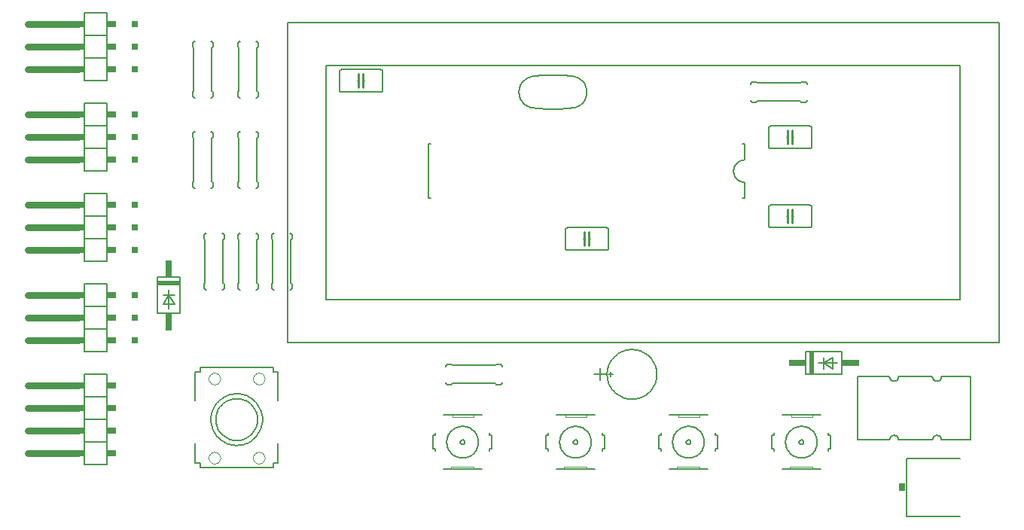
<source format=gto>
G75*
%MOIN*%
%OFA0B0*%
%FSLAX24Y24*%
%IPPOS*%
%LPD*%
%AMOC8*
5,1,8,0,0,1.08239X$1,22.5*
%
%ADD10C,0.0070*%
%ADD11C,0.0080*%
%ADD12C,0.0060*%
%ADD13C,0.0100*%
%ADD14C,0.0040*%
%ADD15R,0.0200X0.1000*%
%ADD16R,0.0750X0.0300*%
%ADD17R,0.0300X0.0340*%
%ADD18C,0.0020*%
%ADD19C,0.0300*%
%ADD20R,0.0200X0.0300*%
%ADD21R,0.0400X0.0300*%
%ADD22R,0.0300X0.0300*%
%ADD23R,0.1000X0.0200*%
%ADD24R,0.0300X0.0750*%
%ADD25C,0.0050*%
D10*
X029593Y014394D02*
X030120Y014394D01*
X029857Y014657D02*
X029857Y014130D01*
D11*
X028660Y027593D02*
X028481Y027611D01*
X028301Y027625D01*
X028121Y027635D01*
X027940Y027641D01*
X027760Y027643D01*
X027580Y027641D01*
X027399Y027635D01*
X027219Y027625D01*
X027039Y027611D01*
X026860Y027593D01*
X026808Y027583D01*
X026757Y027569D01*
X026707Y027551D01*
X026659Y027530D01*
X026612Y027505D01*
X026568Y027477D01*
X026525Y027445D01*
X026485Y027411D01*
X026448Y027373D01*
X026414Y027333D01*
X026382Y027291D01*
X026354Y027246D01*
X026330Y027199D01*
X026309Y027151D01*
X026291Y027101D01*
X026278Y027050D01*
X026268Y026998D01*
X026262Y026946D01*
X026260Y026893D01*
X026262Y026840D01*
X026268Y026788D01*
X026278Y026736D01*
X026291Y026685D01*
X026309Y026635D01*
X026330Y026587D01*
X026354Y026540D01*
X026382Y026495D01*
X026414Y026453D01*
X026448Y026413D01*
X026485Y026375D01*
X026525Y026341D01*
X026568Y026309D01*
X026612Y026281D01*
X026659Y026256D01*
X026707Y026235D01*
X026757Y026217D01*
X026808Y026203D01*
X026860Y026193D01*
X028659Y026193D02*
X028711Y026203D01*
X028762Y026217D01*
X028812Y026235D01*
X028860Y026256D01*
X028907Y026281D01*
X028951Y026309D01*
X028994Y026341D01*
X029034Y026375D01*
X029071Y026413D01*
X029105Y026453D01*
X029137Y026495D01*
X029165Y026540D01*
X029189Y026587D01*
X029210Y026635D01*
X029228Y026685D01*
X029241Y026736D01*
X029251Y026788D01*
X029257Y026840D01*
X029259Y026893D01*
X029257Y026946D01*
X029251Y026998D01*
X029241Y027050D01*
X029228Y027101D01*
X029210Y027151D01*
X029189Y027199D01*
X029165Y027246D01*
X029137Y027291D01*
X029105Y027333D01*
X029071Y027373D01*
X029034Y027411D01*
X028994Y027445D01*
X028951Y027477D01*
X028907Y027505D01*
X028860Y027530D01*
X028812Y027551D01*
X028762Y027569D01*
X028711Y027583D01*
X028659Y027593D01*
X022360Y024593D02*
X022260Y024593D01*
X022260Y022193D01*
X022360Y022193D01*
X017724Y017716D02*
X017724Y028070D01*
X045795Y028070D01*
X045795Y017716D01*
X017724Y017716D01*
X016011Y015807D02*
X016011Y029980D01*
X047508Y029980D01*
X047508Y015807D01*
X016011Y015807D01*
X015374Y014716D02*
X015374Y014500D01*
X015590Y014500D01*
X015590Y013240D01*
X015374Y014716D02*
X012145Y014716D01*
X012145Y014500D01*
X011929Y014500D01*
X011929Y013240D01*
X012835Y012393D02*
X012837Y012453D01*
X012843Y012514D01*
X012853Y012573D01*
X012867Y012632D01*
X012884Y012690D01*
X012905Y012747D01*
X012930Y012802D01*
X012959Y012855D01*
X012991Y012907D01*
X013026Y012956D01*
X013065Y013003D01*
X013106Y013047D01*
X013150Y013088D01*
X013197Y013127D01*
X013246Y013162D01*
X013297Y013194D01*
X013351Y013223D01*
X013406Y013248D01*
X013463Y013269D01*
X013521Y013286D01*
X013580Y013300D01*
X013639Y013310D01*
X013700Y013316D01*
X013760Y013318D01*
X013820Y013316D01*
X013881Y013310D01*
X013940Y013300D01*
X013999Y013286D01*
X014057Y013269D01*
X014114Y013248D01*
X014169Y013223D01*
X014222Y013194D01*
X014274Y013162D01*
X014323Y013127D01*
X014370Y013088D01*
X014414Y013047D01*
X014455Y013003D01*
X014494Y012956D01*
X014529Y012907D01*
X014561Y012856D01*
X014590Y012802D01*
X014615Y012747D01*
X014636Y012690D01*
X014653Y012632D01*
X014667Y012573D01*
X014677Y012514D01*
X014683Y012453D01*
X014685Y012393D01*
X014683Y012333D01*
X014677Y012272D01*
X014667Y012213D01*
X014653Y012154D01*
X014636Y012096D01*
X014615Y012039D01*
X014590Y011984D01*
X014561Y011931D01*
X014529Y011879D01*
X014494Y011830D01*
X014455Y011783D01*
X014414Y011739D01*
X014370Y011698D01*
X014323Y011659D01*
X014274Y011624D01*
X014223Y011592D01*
X014169Y011563D01*
X014114Y011538D01*
X014057Y011517D01*
X013999Y011500D01*
X013940Y011486D01*
X013881Y011476D01*
X013820Y011470D01*
X013760Y011468D01*
X013700Y011470D01*
X013639Y011476D01*
X013580Y011486D01*
X013521Y011500D01*
X013463Y011517D01*
X013406Y011538D01*
X013351Y011563D01*
X013298Y011592D01*
X013246Y011624D01*
X013197Y011659D01*
X013150Y011698D01*
X013106Y011739D01*
X013065Y011783D01*
X013026Y011830D01*
X012991Y011879D01*
X012959Y011930D01*
X012930Y011984D01*
X012905Y012039D01*
X012884Y012096D01*
X012867Y012154D01*
X012853Y012213D01*
X012843Y012272D01*
X012837Y012333D01*
X012835Y012393D01*
X012618Y012393D02*
X012620Y012460D01*
X012626Y012527D01*
X012636Y012593D01*
X012649Y012659D01*
X012667Y012724D01*
X012688Y012787D01*
X012713Y012849D01*
X012742Y012910D01*
X012774Y012969D01*
X012809Y013026D01*
X012848Y013080D01*
X012890Y013133D01*
X012935Y013183D01*
X012983Y013230D01*
X013033Y013274D01*
X013086Y013315D01*
X013141Y013353D01*
X013199Y013388D01*
X013258Y013419D01*
X013319Y013446D01*
X013382Y013471D01*
X013446Y013491D01*
X013511Y013507D01*
X013576Y013520D01*
X013643Y013529D01*
X013710Y013534D01*
X013777Y013535D01*
X013844Y013532D01*
X013910Y013525D01*
X013977Y013514D01*
X014042Y013500D01*
X014107Y013481D01*
X014170Y013459D01*
X014232Y013433D01*
X014292Y013404D01*
X014350Y013371D01*
X014407Y013334D01*
X014461Y013295D01*
X014512Y013252D01*
X014562Y013206D01*
X014608Y013158D01*
X014651Y013107D01*
X014692Y013053D01*
X014729Y012998D01*
X014763Y012940D01*
X014793Y012880D01*
X014820Y012818D01*
X014843Y012755D01*
X014862Y012691D01*
X014878Y012626D01*
X014890Y012560D01*
X014898Y012493D01*
X014902Y012427D01*
X014902Y012359D01*
X014898Y012293D01*
X014890Y012226D01*
X014878Y012160D01*
X014862Y012095D01*
X014843Y012031D01*
X014820Y011968D01*
X014793Y011906D01*
X014763Y011846D01*
X014729Y011788D01*
X014692Y011733D01*
X014651Y011679D01*
X014608Y011628D01*
X014562Y011580D01*
X014512Y011534D01*
X014461Y011491D01*
X014407Y011452D01*
X014350Y011415D01*
X014292Y011382D01*
X014232Y011353D01*
X014170Y011327D01*
X014107Y011305D01*
X014042Y011286D01*
X013977Y011272D01*
X013910Y011261D01*
X013844Y011254D01*
X013777Y011251D01*
X013710Y011252D01*
X013643Y011257D01*
X013576Y011266D01*
X013511Y011279D01*
X013446Y011295D01*
X013382Y011315D01*
X013319Y011340D01*
X013258Y011367D01*
X013199Y011398D01*
X013141Y011433D01*
X013086Y011471D01*
X013033Y011512D01*
X012983Y011556D01*
X012935Y011603D01*
X012890Y011653D01*
X012848Y011706D01*
X012809Y011760D01*
X012774Y011817D01*
X012742Y011876D01*
X012713Y011937D01*
X012688Y011999D01*
X012667Y012062D01*
X012649Y012127D01*
X012636Y012193D01*
X012626Y012259D01*
X012620Y012326D01*
X012618Y012393D01*
X011929Y011350D02*
X011929Y010484D01*
X012145Y010484D01*
X012145Y010267D01*
X015374Y010267D01*
X015374Y010484D01*
X015590Y010484D01*
X015590Y011350D01*
X036160Y022193D02*
X036260Y022193D01*
X036260Y022893D01*
X036216Y022895D01*
X036173Y022901D01*
X036131Y022910D01*
X036089Y022923D01*
X036049Y022940D01*
X036010Y022960D01*
X035973Y022983D01*
X035939Y023010D01*
X035906Y023039D01*
X035877Y023072D01*
X035850Y023106D01*
X035827Y023143D01*
X035807Y023182D01*
X035790Y023222D01*
X035777Y023264D01*
X035768Y023306D01*
X035762Y023349D01*
X035760Y023393D01*
X035762Y023437D01*
X035768Y023480D01*
X035777Y023522D01*
X035790Y023564D01*
X035807Y023604D01*
X035827Y023643D01*
X035850Y023680D01*
X035877Y023714D01*
X035906Y023747D01*
X035939Y023776D01*
X035973Y023803D01*
X036010Y023826D01*
X036049Y023846D01*
X036089Y023863D01*
X036131Y023876D01*
X036173Y023885D01*
X036216Y023891D01*
X036260Y023893D01*
X036260Y024593D01*
X036160Y024593D01*
X028660Y026193D02*
X028481Y026175D01*
X028301Y026161D01*
X028121Y026151D01*
X027940Y026145D01*
X027760Y026143D01*
X027580Y026145D01*
X027399Y026151D01*
X027219Y026161D01*
X027039Y026175D01*
X026860Y026193D01*
X043410Y010683D02*
X045770Y010683D01*
X043410Y010683D02*
X043410Y008103D01*
X045770Y008103D01*
D12*
X008010Y010393D02*
X007010Y010393D01*
X007010Y011393D01*
X007010Y012393D01*
X007010Y013393D01*
X007010Y014393D01*
X008010Y014393D01*
X008010Y013393D01*
X007010Y013393D01*
X008010Y013393D02*
X008010Y012393D01*
X007010Y012393D01*
X008010Y012393D02*
X008010Y011393D01*
X007010Y011393D01*
X008010Y011393D02*
X008010Y010393D01*
X008010Y015393D02*
X007010Y015393D01*
X007010Y016393D01*
X007010Y017393D01*
X007010Y018393D01*
X008010Y018393D01*
X008010Y017393D01*
X007010Y017393D01*
X008010Y017393D02*
X008010Y016393D01*
X007010Y016393D01*
X008010Y016393D02*
X008010Y015393D01*
X010260Y017093D02*
X011260Y017093D01*
X011260Y018693D01*
X010260Y018693D01*
X010260Y017093D01*
X010510Y017493D02*
X010760Y017893D01*
X010510Y017893D01*
X010760Y017893D02*
X011010Y017493D01*
X010510Y017493D01*
X010760Y017293D02*
X010760Y017893D01*
X011010Y017893D01*
X010760Y017893D02*
X010760Y018143D01*
X012310Y018243D02*
X012310Y018393D01*
X012360Y018443D01*
X012360Y020343D01*
X012310Y020393D01*
X012310Y020543D01*
X012312Y020560D01*
X012316Y020577D01*
X012323Y020593D01*
X012333Y020607D01*
X012346Y020620D01*
X012360Y020630D01*
X012376Y020637D01*
X012393Y020641D01*
X012410Y020643D01*
X013110Y020643D02*
X013127Y020641D01*
X013144Y020637D01*
X013160Y020630D01*
X013174Y020620D01*
X013187Y020607D01*
X013197Y020593D01*
X013204Y020577D01*
X013208Y020560D01*
X013210Y020543D01*
X013210Y020393D01*
X013160Y020343D01*
X013160Y018443D01*
X013210Y018393D01*
X013210Y018243D01*
X013208Y018226D01*
X013204Y018209D01*
X013197Y018193D01*
X013187Y018179D01*
X013174Y018166D01*
X013160Y018156D01*
X013144Y018149D01*
X013127Y018145D01*
X013110Y018143D01*
X013810Y018243D02*
X013810Y018393D01*
X013860Y018443D01*
X013860Y020343D01*
X013810Y020393D01*
X013810Y020543D01*
X013812Y020560D01*
X013816Y020577D01*
X013823Y020593D01*
X013833Y020607D01*
X013846Y020620D01*
X013860Y020630D01*
X013876Y020637D01*
X013893Y020641D01*
X013910Y020643D01*
X014610Y020643D02*
X014627Y020641D01*
X014644Y020637D01*
X014660Y020630D01*
X014674Y020620D01*
X014687Y020607D01*
X014697Y020593D01*
X014704Y020577D01*
X014708Y020560D01*
X014710Y020543D01*
X014710Y020393D01*
X014660Y020343D01*
X014660Y018443D01*
X014710Y018393D01*
X014710Y018243D01*
X014708Y018226D01*
X014704Y018209D01*
X014697Y018193D01*
X014687Y018179D01*
X014674Y018166D01*
X014660Y018156D01*
X014644Y018149D01*
X014627Y018145D01*
X014610Y018143D01*
X015310Y018243D02*
X015310Y018393D01*
X015360Y018443D01*
X015360Y020343D01*
X015310Y020393D01*
X015310Y020543D01*
X015312Y020560D01*
X015316Y020577D01*
X015323Y020593D01*
X015333Y020607D01*
X015346Y020620D01*
X015360Y020630D01*
X015376Y020637D01*
X015393Y020641D01*
X015410Y020643D01*
X016110Y020643D02*
X016127Y020641D01*
X016144Y020637D01*
X016160Y020630D01*
X016174Y020620D01*
X016187Y020607D01*
X016197Y020593D01*
X016204Y020577D01*
X016208Y020560D01*
X016210Y020543D01*
X016210Y020393D01*
X016160Y020343D01*
X016160Y018443D01*
X016210Y018393D01*
X016210Y018243D01*
X016208Y018226D01*
X016204Y018209D01*
X016197Y018193D01*
X016187Y018179D01*
X016174Y018166D01*
X016160Y018156D01*
X016144Y018149D01*
X016127Y018145D01*
X016110Y018143D01*
X015410Y018143D02*
X015393Y018145D01*
X015376Y018149D01*
X015360Y018156D01*
X015346Y018166D01*
X015333Y018179D01*
X015323Y018193D01*
X015316Y018209D01*
X015312Y018226D01*
X015310Y018243D01*
X013910Y018143D02*
X013893Y018145D01*
X013876Y018149D01*
X013860Y018156D01*
X013846Y018166D01*
X013833Y018179D01*
X013823Y018193D01*
X013816Y018209D01*
X013812Y018226D01*
X013810Y018243D01*
X012410Y018143D02*
X012393Y018145D01*
X012376Y018149D01*
X012360Y018156D01*
X012346Y018166D01*
X012333Y018179D01*
X012323Y018193D01*
X012316Y018209D01*
X012312Y018226D01*
X012310Y018243D01*
X008010Y019393D02*
X007010Y019393D01*
X007010Y020393D01*
X007010Y021393D01*
X007010Y022393D01*
X008010Y022393D01*
X008010Y021393D01*
X007010Y021393D01*
X008010Y021393D02*
X008010Y020393D01*
X007010Y020393D01*
X008010Y020393D02*
X008010Y019393D01*
X011810Y022743D02*
X011810Y022893D01*
X011860Y022943D01*
X011860Y024843D01*
X011810Y024893D01*
X011810Y025043D01*
X011812Y025060D01*
X011816Y025077D01*
X011823Y025093D01*
X011833Y025107D01*
X011846Y025120D01*
X011860Y025130D01*
X011876Y025137D01*
X011893Y025141D01*
X011910Y025143D01*
X012610Y025143D02*
X012627Y025141D01*
X012644Y025137D01*
X012660Y025130D01*
X012674Y025120D01*
X012687Y025107D01*
X012697Y025093D01*
X012704Y025077D01*
X012708Y025060D01*
X012710Y025043D01*
X012710Y024893D01*
X012660Y024843D01*
X012660Y022943D01*
X012710Y022893D01*
X012710Y022743D01*
X012708Y022726D01*
X012704Y022709D01*
X012697Y022693D01*
X012687Y022679D01*
X012674Y022666D01*
X012660Y022656D01*
X012644Y022649D01*
X012627Y022645D01*
X012610Y022643D01*
X011910Y022643D02*
X011893Y022645D01*
X011876Y022649D01*
X011860Y022656D01*
X011846Y022666D01*
X011833Y022679D01*
X011823Y022693D01*
X011816Y022709D01*
X011812Y022726D01*
X011810Y022743D01*
X013810Y022743D02*
X013810Y022893D01*
X013860Y022943D01*
X013860Y024843D01*
X013810Y024893D01*
X013810Y025043D01*
X013812Y025060D01*
X013816Y025077D01*
X013823Y025093D01*
X013833Y025107D01*
X013846Y025120D01*
X013860Y025130D01*
X013876Y025137D01*
X013893Y025141D01*
X013910Y025143D01*
X014610Y025143D02*
X014627Y025141D01*
X014644Y025137D01*
X014660Y025130D01*
X014674Y025120D01*
X014687Y025107D01*
X014697Y025093D01*
X014704Y025077D01*
X014708Y025060D01*
X014710Y025043D01*
X014710Y024893D01*
X014660Y024843D01*
X014660Y022943D01*
X014710Y022893D01*
X014710Y022743D01*
X014708Y022726D01*
X014704Y022709D01*
X014697Y022693D01*
X014687Y022679D01*
X014674Y022666D01*
X014660Y022656D01*
X014644Y022649D01*
X014627Y022645D01*
X014610Y022643D01*
X013910Y022643D02*
X013893Y022645D01*
X013876Y022649D01*
X013860Y022656D01*
X013846Y022666D01*
X013833Y022679D01*
X013823Y022693D01*
X013816Y022709D01*
X013812Y022726D01*
X013810Y022743D01*
X013810Y026743D02*
X013810Y026893D01*
X013860Y026943D01*
X013860Y028843D01*
X013810Y028893D01*
X013810Y029043D01*
X013812Y029060D01*
X013816Y029077D01*
X013823Y029093D01*
X013833Y029107D01*
X013846Y029120D01*
X013860Y029130D01*
X013876Y029137D01*
X013893Y029141D01*
X013910Y029143D01*
X014610Y029143D02*
X014627Y029141D01*
X014644Y029137D01*
X014660Y029130D01*
X014674Y029120D01*
X014687Y029107D01*
X014697Y029093D01*
X014704Y029077D01*
X014708Y029060D01*
X014710Y029043D01*
X014710Y028893D01*
X014660Y028843D01*
X014660Y026943D01*
X014710Y026893D01*
X014710Y026743D01*
X014708Y026726D01*
X014704Y026709D01*
X014697Y026693D01*
X014687Y026679D01*
X014674Y026666D01*
X014660Y026656D01*
X014644Y026649D01*
X014627Y026645D01*
X014610Y026643D01*
X013910Y026643D02*
X013893Y026645D01*
X013876Y026649D01*
X013860Y026656D01*
X013846Y026666D01*
X013833Y026679D01*
X013823Y026693D01*
X013816Y026709D01*
X013812Y026726D01*
X013810Y026743D01*
X012710Y026743D02*
X012710Y026893D01*
X012660Y026943D01*
X012660Y028843D01*
X012710Y028893D01*
X012710Y029043D01*
X012708Y029060D01*
X012704Y029077D01*
X012697Y029093D01*
X012687Y029107D01*
X012674Y029120D01*
X012660Y029130D01*
X012644Y029137D01*
X012627Y029141D01*
X012610Y029143D01*
X011910Y029143D02*
X011893Y029141D01*
X011876Y029137D01*
X011860Y029130D01*
X011846Y029120D01*
X011833Y029107D01*
X011823Y029093D01*
X011816Y029077D01*
X011812Y029060D01*
X011810Y029043D01*
X011810Y028893D01*
X011860Y028843D01*
X011860Y026943D01*
X011810Y026893D01*
X011810Y026743D01*
X011812Y026726D01*
X011816Y026709D01*
X011823Y026693D01*
X011833Y026679D01*
X011846Y026666D01*
X011860Y026656D01*
X011876Y026649D01*
X011893Y026645D01*
X011910Y026643D01*
X012610Y026643D02*
X012627Y026645D01*
X012644Y026649D01*
X012660Y026656D01*
X012674Y026666D01*
X012687Y026679D01*
X012697Y026693D01*
X012704Y026709D01*
X012708Y026726D01*
X012710Y026743D01*
X008010Y026393D02*
X008010Y025393D01*
X007010Y025393D01*
X007010Y026393D01*
X008010Y026393D01*
X008010Y027393D02*
X007010Y027393D01*
X007010Y028393D01*
X007010Y029393D01*
X007010Y030393D01*
X008010Y030393D01*
X008010Y029393D01*
X007010Y029393D01*
X008010Y029393D02*
X008010Y028393D01*
X007010Y028393D01*
X008010Y028393D02*
X008010Y027393D01*
X008010Y025393D02*
X008010Y024393D01*
X007010Y024393D01*
X007010Y025393D01*
X007010Y024393D02*
X007010Y023393D01*
X008010Y023393D01*
X008010Y024393D01*
X018310Y026993D02*
X018310Y027793D01*
X018312Y027810D01*
X018316Y027827D01*
X018323Y027843D01*
X018333Y027857D01*
X018346Y027870D01*
X018360Y027880D01*
X018376Y027887D01*
X018393Y027891D01*
X018410Y027893D01*
X020110Y027893D01*
X020127Y027891D01*
X020144Y027887D01*
X020160Y027880D01*
X020174Y027870D01*
X020187Y027857D01*
X020197Y027843D01*
X020204Y027827D01*
X020208Y027810D01*
X020210Y027793D01*
X020210Y026993D01*
X020208Y026976D01*
X020204Y026959D01*
X020197Y026943D01*
X020187Y026929D01*
X020174Y026916D01*
X020160Y026906D01*
X020144Y026899D01*
X020127Y026895D01*
X020110Y026893D01*
X018410Y026893D01*
X018393Y026895D01*
X018376Y026899D01*
X018360Y026906D01*
X018346Y026916D01*
X018333Y026929D01*
X018323Y026943D01*
X018316Y026959D01*
X018312Y026976D01*
X018310Y026993D01*
X019110Y027393D02*
X019160Y027393D01*
X019360Y027393D02*
X019410Y027393D01*
X028310Y020793D02*
X028310Y019993D01*
X028312Y019976D01*
X028316Y019959D01*
X028323Y019943D01*
X028333Y019929D01*
X028346Y019916D01*
X028360Y019906D01*
X028376Y019899D01*
X028393Y019895D01*
X028410Y019893D01*
X030110Y019893D01*
X030127Y019895D01*
X030144Y019899D01*
X030160Y019906D01*
X030174Y019916D01*
X030187Y019929D01*
X030197Y019943D01*
X030204Y019959D01*
X030208Y019976D01*
X030210Y019993D01*
X030210Y020793D01*
X030208Y020810D01*
X030204Y020827D01*
X030197Y020843D01*
X030187Y020857D01*
X030174Y020870D01*
X030160Y020880D01*
X030144Y020887D01*
X030127Y020891D01*
X030110Y020893D01*
X028410Y020893D01*
X028393Y020891D01*
X028376Y020887D01*
X028360Y020880D01*
X028346Y020870D01*
X028333Y020857D01*
X028323Y020843D01*
X028316Y020827D01*
X028312Y020810D01*
X028310Y020793D01*
X029110Y020393D02*
X029160Y020393D01*
X029360Y020393D02*
X029410Y020393D01*
X030310Y014493D02*
X030310Y014293D01*
X030410Y014393D02*
X030210Y014393D01*
X030160Y014393D02*
X030162Y014459D01*
X030168Y014524D01*
X030178Y014589D01*
X030191Y014654D01*
X030209Y014717D01*
X030230Y014780D01*
X030255Y014840D01*
X030284Y014900D01*
X030316Y014957D01*
X030351Y015013D01*
X030390Y015066D01*
X030432Y015117D01*
X030476Y015165D01*
X030524Y015210D01*
X030574Y015253D01*
X030627Y015292D01*
X030682Y015329D01*
X030739Y015362D01*
X030798Y015391D01*
X030858Y015417D01*
X030920Y015439D01*
X030983Y015458D01*
X031047Y015472D01*
X031112Y015483D01*
X031178Y015490D01*
X031244Y015493D01*
X031309Y015492D01*
X031375Y015487D01*
X031440Y015478D01*
X031505Y015465D01*
X031568Y015449D01*
X031631Y015429D01*
X031692Y015404D01*
X031752Y015377D01*
X031810Y015346D01*
X031866Y015311D01*
X031920Y015273D01*
X031971Y015232D01*
X032020Y015188D01*
X032066Y015141D01*
X032110Y015092D01*
X032150Y015040D01*
X032187Y014985D01*
X032221Y014929D01*
X032251Y014870D01*
X032278Y014810D01*
X032301Y014749D01*
X032320Y014686D01*
X032336Y014622D01*
X032348Y014557D01*
X032356Y014492D01*
X032360Y014426D01*
X032360Y014360D01*
X032356Y014294D01*
X032348Y014229D01*
X032336Y014164D01*
X032320Y014100D01*
X032301Y014037D01*
X032278Y013976D01*
X032251Y013916D01*
X032221Y013857D01*
X032187Y013801D01*
X032150Y013746D01*
X032110Y013694D01*
X032066Y013645D01*
X032020Y013598D01*
X031971Y013554D01*
X031920Y013513D01*
X031866Y013475D01*
X031810Y013440D01*
X031752Y013409D01*
X031692Y013382D01*
X031631Y013357D01*
X031568Y013337D01*
X031505Y013321D01*
X031440Y013308D01*
X031375Y013299D01*
X031309Y013294D01*
X031244Y013293D01*
X031178Y013296D01*
X031112Y013303D01*
X031047Y013314D01*
X030983Y013328D01*
X030920Y013347D01*
X030858Y013369D01*
X030798Y013395D01*
X030739Y013424D01*
X030682Y013457D01*
X030627Y013494D01*
X030574Y013533D01*
X030524Y013576D01*
X030476Y013621D01*
X030432Y013669D01*
X030390Y013720D01*
X030351Y013773D01*
X030316Y013829D01*
X030284Y013886D01*
X030255Y013946D01*
X030230Y014006D01*
X030209Y014069D01*
X030191Y014132D01*
X030178Y014197D01*
X030168Y014262D01*
X030162Y014327D01*
X030160Y014393D01*
X029610Y012593D02*
X029260Y012593D01*
X028310Y012593D01*
X027910Y012593D01*
X027560Y011793D02*
X027560Y011693D01*
X027460Y011693D01*
X027460Y011093D01*
X027560Y011093D01*
X027560Y010993D01*
X027910Y010193D02*
X028260Y010193D01*
X029260Y010193D01*
X029610Y010193D01*
X029960Y010993D02*
X029960Y011093D01*
X030060Y011093D01*
X030060Y011693D01*
X029960Y011693D01*
X029960Y011793D01*
X028660Y011393D02*
X028662Y011413D01*
X028668Y011431D01*
X028677Y011449D01*
X028689Y011464D01*
X028704Y011476D01*
X028722Y011485D01*
X028740Y011491D01*
X028760Y011493D01*
X028780Y011491D01*
X028798Y011485D01*
X028816Y011476D01*
X028831Y011464D01*
X028843Y011449D01*
X028852Y011431D01*
X028858Y011413D01*
X028860Y011393D01*
X028858Y011373D01*
X028852Y011355D01*
X028843Y011337D01*
X028831Y011322D01*
X028816Y011310D01*
X028798Y011301D01*
X028780Y011295D01*
X028760Y011293D01*
X028740Y011295D01*
X028722Y011301D01*
X028704Y011310D01*
X028689Y011322D01*
X028677Y011337D01*
X028668Y011355D01*
X028662Y011373D01*
X028660Y011393D01*
X028060Y011393D02*
X028062Y011445D01*
X028068Y011497D01*
X028078Y011549D01*
X028091Y011599D01*
X028108Y011649D01*
X028129Y011697D01*
X028154Y011743D01*
X028182Y011787D01*
X028213Y011829D01*
X028247Y011869D01*
X028284Y011906D01*
X028324Y011940D01*
X028366Y011971D01*
X028410Y011999D01*
X028456Y012024D01*
X028504Y012045D01*
X028554Y012062D01*
X028604Y012075D01*
X028656Y012085D01*
X028708Y012091D01*
X028760Y012093D01*
X028812Y012091D01*
X028864Y012085D01*
X028916Y012075D01*
X028966Y012062D01*
X029016Y012045D01*
X029064Y012024D01*
X029110Y011999D01*
X029154Y011971D01*
X029196Y011940D01*
X029236Y011906D01*
X029273Y011869D01*
X029307Y011829D01*
X029338Y011787D01*
X029366Y011743D01*
X029391Y011697D01*
X029412Y011649D01*
X029429Y011599D01*
X029442Y011549D01*
X029452Y011497D01*
X029458Y011445D01*
X029460Y011393D01*
X029458Y011341D01*
X029452Y011289D01*
X029442Y011237D01*
X029429Y011187D01*
X029412Y011137D01*
X029391Y011089D01*
X029366Y011043D01*
X029338Y010999D01*
X029307Y010957D01*
X029273Y010917D01*
X029236Y010880D01*
X029196Y010846D01*
X029154Y010815D01*
X029110Y010787D01*
X029064Y010762D01*
X029016Y010741D01*
X028966Y010724D01*
X028916Y010711D01*
X028864Y010701D01*
X028812Y010695D01*
X028760Y010693D01*
X028708Y010695D01*
X028656Y010701D01*
X028604Y010711D01*
X028554Y010724D01*
X028504Y010741D01*
X028456Y010762D01*
X028410Y010787D01*
X028366Y010815D01*
X028324Y010846D01*
X028284Y010880D01*
X028247Y010917D01*
X028213Y010957D01*
X028182Y010999D01*
X028154Y011043D01*
X028129Y011089D01*
X028108Y011137D01*
X028091Y011187D01*
X028078Y011237D01*
X028068Y011289D01*
X028062Y011341D01*
X028060Y011393D01*
X025060Y011093D02*
X025060Y011693D01*
X024960Y011693D01*
X024960Y011793D01*
X024960Y011093D02*
X024960Y010993D01*
X024960Y011093D02*
X025060Y011093D01*
X024610Y010193D02*
X024260Y010193D01*
X023260Y010193D01*
X022910Y010193D01*
X022560Y010993D02*
X022560Y011093D01*
X022460Y011093D01*
X022460Y011693D01*
X022560Y011693D01*
X022560Y011793D01*
X022910Y012593D02*
X023310Y012593D01*
X024260Y012593D01*
X024610Y012593D01*
X023660Y011393D02*
X023662Y011413D01*
X023668Y011431D01*
X023677Y011449D01*
X023689Y011464D01*
X023704Y011476D01*
X023722Y011485D01*
X023740Y011491D01*
X023760Y011493D01*
X023780Y011491D01*
X023798Y011485D01*
X023816Y011476D01*
X023831Y011464D01*
X023843Y011449D01*
X023852Y011431D01*
X023858Y011413D01*
X023860Y011393D01*
X023858Y011373D01*
X023852Y011355D01*
X023843Y011337D01*
X023831Y011322D01*
X023816Y011310D01*
X023798Y011301D01*
X023780Y011295D01*
X023760Y011293D01*
X023740Y011295D01*
X023722Y011301D01*
X023704Y011310D01*
X023689Y011322D01*
X023677Y011337D01*
X023668Y011355D01*
X023662Y011373D01*
X023660Y011393D01*
X023060Y011393D02*
X023062Y011445D01*
X023068Y011497D01*
X023078Y011549D01*
X023091Y011599D01*
X023108Y011649D01*
X023129Y011697D01*
X023154Y011743D01*
X023182Y011787D01*
X023213Y011829D01*
X023247Y011869D01*
X023284Y011906D01*
X023324Y011940D01*
X023366Y011971D01*
X023410Y011999D01*
X023456Y012024D01*
X023504Y012045D01*
X023554Y012062D01*
X023604Y012075D01*
X023656Y012085D01*
X023708Y012091D01*
X023760Y012093D01*
X023812Y012091D01*
X023864Y012085D01*
X023916Y012075D01*
X023966Y012062D01*
X024016Y012045D01*
X024064Y012024D01*
X024110Y011999D01*
X024154Y011971D01*
X024196Y011940D01*
X024236Y011906D01*
X024273Y011869D01*
X024307Y011829D01*
X024338Y011787D01*
X024366Y011743D01*
X024391Y011697D01*
X024412Y011649D01*
X024429Y011599D01*
X024442Y011549D01*
X024452Y011497D01*
X024458Y011445D01*
X024460Y011393D01*
X024458Y011341D01*
X024452Y011289D01*
X024442Y011237D01*
X024429Y011187D01*
X024412Y011137D01*
X024391Y011089D01*
X024366Y011043D01*
X024338Y010999D01*
X024307Y010957D01*
X024273Y010917D01*
X024236Y010880D01*
X024196Y010846D01*
X024154Y010815D01*
X024110Y010787D01*
X024064Y010762D01*
X024016Y010741D01*
X023966Y010724D01*
X023916Y010711D01*
X023864Y010701D01*
X023812Y010695D01*
X023760Y010693D01*
X023708Y010695D01*
X023656Y010701D01*
X023604Y010711D01*
X023554Y010724D01*
X023504Y010741D01*
X023456Y010762D01*
X023410Y010787D01*
X023366Y010815D01*
X023324Y010846D01*
X023284Y010880D01*
X023247Y010917D01*
X023213Y010957D01*
X023182Y010999D01*
X023154Y011043D01*
X023129Y011089D01*
X023108Y011137D01*
X023091Y011187D01*
X023078Y011237D01*
X023068Y011289D01*
X023062Y011341D01*
X023060Y011393D01*
X023110Y013943D02*
X023260Y013943D01*
X023310Y013993D01*
X025210Y013993D01*
X025260Y013943D01*
X025410Y013943D01*
X025427Y013945D01*
X025444Y013949D01*
X025460Y013956D01*
X025474Y013966D01*
X025487Y013979D01*
X025497Y013993D01*
X025504Y014009D01*
X025508Y014026D01*
X025510Y014043D01*
X025510Y014743D02*
X025508Y014760D01*
X025504Y014777D01*
X025497Y014793D01*
X025487Y014807D01*
X025474Y014820D01*
X025460Y014830D01*
X025444Y014837D01*
X025427Y014841D01*
X025410Y014843D01*
X025260Y014843D01*
X025210Y014793D01*
X023310Y014793D01*
X023260Y014843D01*
X023110Y014843D01*
X023093Y014841D01*
X023076Y014837D01*
X023060Y014830D01*
X023046Y014820D01*
X023033Y014807D01*
X023023Y014793D01*
X023016Y014777D01*
X023012Y014760D01*
X023010Y014743D01*
X023010Y014043D02*
X023012Y014026D01*
X023016Y014009D01*
X023023Y013993D01*
X023033Y013979D01*
X023046Y013966D01*
X023060Y013956D01*
X023076Y013949D01*
X023093Y013945D01*
X023110Y013943D01*
X032460Y011693D02*
X032460Y011093D01*
X032560Y011093D01*
X032560Y010993D01*
X032560Y011693D02*
X032560Y011793D01*
X032560Y011693D02*
X032460Y011693D01*
X033660Y011393D02*
X033662Y011413D01*
X033668Y011431D01*
X033677Y011449D01*
X033689Y011464D01*
X033704Y011476D01*
X033722Y011485D01*
X033740Y011491D01*
X033760Y011493D01*
X033780Y011491D01*
X033798Y011485D01*
X033816Y011476D01*
X033831Y011464D01*
X033843Y011449D01*
X033852Y011431D01*
X033858Y011413D01*
X033860Y011393D01*
X033858Y011373D01*
X033852Y011355D01*
X033843Y011337D01*
X033831Y011322D01*
X033816Y011310D01*
X033798Y011301D01*
X033780Y011295D01*
X033760Y011293D01*
X033740Y011295D01*
X033722Y011301D01*
X033704Y011310D01*
X033689Y011322D01*
X033677Y011337D01*
X033668Y011355D01*
X033662Y011373D01*
X033660Y011393D01*
X033060Y011393D02*
X033062Y011445D01*
X033068Y011497D01*
X033078Y011549D01*
X033091Y011599D01*
X033108Y011649D01*
X033129Y011697D01*
X033154Y011743D01*
X033182Y011787D01*
X033213Y011829D01*
X033247Y011869D01*
X033284Y011906D01*
X033324Y011940D01*
X033366Y011971D01*
X033410Y011999D01*
X033456Y012024D01*
X033504Y012045D01*
X033554Y012062D01*
X033604Y012075D01*
X033656Y012085D01*
X033708Y012091D01*
X033760Y012093D01*
X033812Y012091D01*
X033864Y012085D01*
X033916Y012075D01*
X033966Y012062D01*
X034016Y012045D01*
X034064Y012024D01*
X034110Y011999D01*
X034154Y011971D01*
X034196Y011940D01*
X034236Y011906D01*
X034273Y011869D01*
X034307Y011829D01*
X034338Y011787D01*
X034366Y011743D01*
X034391Y011697D01*
X034412Y011649D01*
X034429Y011599D01*
X034442Y011549D01*
X034452Y011497D01*
X034458Y011445D01*
X034460Y011393D01*
X034458Y011341D01*
X034452Y011289D01*
X034442Y011237D01*
X034429Y011187D01*
X034412Y011137D01*
X034391Y011089D01*
X034366Y011043D01*
X034338Y010999D01*
X034307Y010957D01*
X034273Y010917D01*
X034236Y010880D01*
X034196Y010846D01*
X034154Y010815D01*
X034110Y010787D01*
X034064Y010762D01*
X034016Y010741D01*
X033966Y010724D01*
X033916Y010711D01*
X033864Y010701D01*
X033812Y010695D01*
X033760Y010693D01*
X033708Y010695D01*
X033656Y010701D01*
X033604Y010711D01*
X033554Y010724D01*
X033504Y010741D01*
X033456Y010762D01*
X033410Y010787D01*
X033366Y010815D01*
X033324Y010846D01*
X033284Y010880D01*
X033247Y010917D01*
X033213Y010957D01*
X033182Y010999D01*
X033154Y011043D01*
X033129Y011089D01*
X033108Y011137D01*
X033091Y011187D01*
X033078Y011237D01*
X033068Y011289D01*
X033062Y011341D01*
X033060Y011393D01*
X032910Y010193D02*
X033260Y010193D01*
X034260Y010193D01*
X034610Y010193D01*
X034960Y010993D02*
X034960Y011093D01*
X035060Y011093D01*
X035060Y011693D01*
X034960Y011693D01*
X034960Y011793D01*
X034610Y012593D02*
X034260Y012593D01*
X033310Y012593D01*
X032910Y012593D01*
X037460Y011693D02*
X037460Y011093D01*
X037560Y011093D01*
X037560Y010993D01*
X037560Y011693D02*
X037560Y011793D01*
X037560Y011693D02*
X037460Y011693D01*
X038660Y011393D02*
X038662Y011413D01*
X038668Y011431D01*
X038677Y011449D01*
X038689Y011464D01*
X038704Y011476D01*
X038722Y011485D01*
X038740Y011491D01*
X038760Y011493D01*
X038780Y011491D01*
X038798Y011485D01*
X038816Y011476D01*
X038831Y011464D01*
X038843Y011449D01*
X038852Y011431D01*
X038858Y011413D01*
X038860Y011393D01*
X038858Y011373D01*
X038852Y011355D01*
X038843Y011337D01*
X038831Y011322D01*
X038816Y011310D01*
X038798Y011301D01*
X038780Y011295D01*
X038760Y011293D01*
X038740Y011295D01*
X038722Y011301D01*
X038704Y011310D01*
X038689Y011322D01*
X038677Y011337D01*
X038668Y011355D01*
X038662Y011373D01*
X038660Y011393D01*
X038060Y011393D02*
X038062Y011445D01*
X038068Y011497D01*
X038078Y011549D01*
X038091Y011599D01*
X038108Y011649D01*
X038129Y011697D01*
X038154Y011743D01*
X038182Y011787D01*
X038213Y011829D01*
X038247Y011869D01*
X038284Y011906D01*
X038324Y011940D01*
X038366Y011971D01*
X038410Y011999D01*
X038456Y012024D01*
X038504Y012045D01*
X038554Y012062D01*
X038604Y012075D01*
X038656Y012085D01*
X038708Y012091D01*
X038760Y012093D01*
X038812Y012091D01*
X038864Y012085D01*
X038916Y012075D01*
X038966Y012062D01*
X039016Y012045D01*
X039064Y012024D01*
X039110Y011999D01*
X039154Y011971D01*
X039196Y011940D01*
X039236Y011906D01*
X039273Y011869D01*
X039307Y011829D01*
X039338Y011787D01*
X039366Y011743D01*
X039391Y011697D01*
X039412Y011649D01*
X039429Y011599D01*
X039442Y011549D01*
X039452Y011497D01*
X039458Y011445D01*
X039460Y011393D01*
X039458Y011341D01*
X039452Y011289D01*
X039442Y011237D01*
X039429Y011187D01*
X039412Y011137D01*
X039391Y011089D01*
X039366Y011043D01*
X039338Y010999D01*
X039307Y010957D01*
X039273Y010917D01*
X039236Y010880D01*
X039196Y010846D01*
X039154Y010815D01*
X039110Y010787D01*
X039064Y010762D01*
X039016Y010741D01*
X038966Y010724D01*
X038916Y010711D01*
X038864Y010701D01*
X038812Y010695D01*
X038760Y010693D01*
X038708Y010695D01*
X038656Y010701D01*
X038604Y010711D01*
X038554Y010724D01*
X038504Y010741D01*
X038456Y010762D01*
X038410Y010787D01*
X038366Y010815D01*
X038324Y010846D01*
X038284Y010880D01*
X038247Y010917D01*
X038213Y010957D01*
X038182Y010999D01*
X038154Y011043D01*
X038129Y011089D01*
X038108Y011137D01*
X038091Y011187D01*
X038078Y011237D01*
X038068Y011289D01*
X038062Y011341D01*
X038060Y011393D01*
X037910Y010193D02*
X038260Y010193D01*
X039260Y010193D01*
X039610Y010193D01*
X039960Y010993D02*
X039960Y011093D01*
X040060Y011093D01*
X040060Y011693D01*
X039960Y011693D01*
X039960Y011793D01*
X039610Y012593D02*
X039260Y012593D01*
X038310Y012593D01*
X037910Y012593D01*
X038960Y014393D02*
X038960Y015393D01*
X040560Y015393D01*
X040560Y014393D01*
X038960Y014393D01*
X039760Y014643D02*
X039760Y014893D01*
X039760Y015143D01*
X039760Y014893D02*
X040160Y015143D01*
X040160Y014643D01*
X039760Y014893D01*
X040360Y014893D01*
X039760Y014893D02*
X039510Y014893D01*
X039110Y020893D02*
X037410Y020893D01*
X037393Y020895D01*
X037376Y020899D01*
X037360Y020906D01*
X037346Y020916D01*
X037333Y020929D01*
X037323Y020943D01*
X037316Y020959D01*
X037312Y020976D01*
X037310Y020993D01*
X037310Y021793D01*
X037312Y021810D01*
X037316Y021827D01*
X037323Y021843D01*
X037333Y021857D01*
X037346Y021870D01*
X037360Y021880D01*
X037376Y021887D01*
X037393Y021891D01*
X037410Y021893D01*
X039110Y021893D01*
X039127Y021891D01*
X039144Y021887D01*
X039160Y021880D01*
X039174Y021870D01*
X039187Y021857D01*
X039197Y021843D01*
X039204Y021827D01*
X039208Y021810D01*
X039210Y021793D01*
X039210Y020993D01*
X039208Y020976D01*
X039204Y020959D01*
X039197Y020943D01*
X039187Y020929D01*
X039174Y020916D01*
X039160Y020906D01*
X039144Y020899D01*
X039127Y020895D01*
X039110Y020893D01*
X038410Y021393D02*
X038360Y021393D01*
X038160Y021393D02*
X038110Y021393D01*
X037410Y024393D02*
X039110Y024393D01*
X039127Y024395D01*
X039144Y024399D01*
X039160Y024406D01*
X039174Y024416D01*
X039187Y024429D01*
X039197Y024443D01*
X039204Y024459D01*
X039208Y024476D01*
X039210Y024493D01*
X039210Y025293D01*
X039208Y025310D01*
X039204Y025327D01*
X039197Y025343D01*
X039187Y025357D01*
X039174Y025370D01*
X039160Y025380D01*
X039144Y025387D01*
X039127Y025391D01*
X039110Y025393D01*
X037410Y025393D01*
X037393Y025391D01*
X037376Y025387D01*
X037360Y025380D01*
X037346Y025370D01*
X037333Y025357D01*
X037323Y025343D01*
X037316Y025327D01*
X037312Y025310D01*
X037310Y025293D01*
X037310Y024493D01*
X037312Y024476D01*
X037316Y024459D01*
X037323Y024443D01*
X037333Y024429D01*
X037346Y024416D01*
X037360Y024406D01*
X037376Y024399D01*
X037393Y024395D01*
X037410Y024393D01*
X038110Y024893D02*
X038160Y024893D01*
X038360Y024893D02*
X038410Y024893D01*
X038760Y026443D02*
X038910Y026443D01*
X038927Y026445D01*
X038944Y026449D01*
X038960Y026456D01*
X038974Y026466D01*
X038987Y026479D01*
X038997Y026493D01*
X039004Y026509D01*
X039008Y026526D01*
X039010Y026543D01*
X038760Y026443D02*
X038710Y026493D01*
X036810Y026493D01*
X036760Y026443D01*
X036610Y026443D01*
X036593Y026445D01*
X036576Y026449D01*
X036560Y026456D01*
X036546Y026466D01*
X036533Y026479D01*
X036523Y026493D01*
X036516Y026509D01*
X036512Y026526D01*
X036510Y026543D01*
X036510Y027243D02*
X036512Y027260D01*
X036516Y027277D01*
X036523Y027293D01*
X036533Y027307D01*
X036546Y027320D01*
X036560Y027330D01*
X036576Y027337D01*
X036593Y027341D01*
X036610Y027343D01*
X036760Y027343D01*
X036810Y027293D01*
X038710Y027293D01*
X038760Y027343D01*
X038910Y027343D01*
X038927Y027341D01*
X038944Y027337D01*
X038960Y027330D01*
X038974Y027320D01*
X038987Y027307D01*
X038997Y027293D01*
X039004Y027277D01*
X039008Y027260D01*
X039010Y027243D01*
D13*
X038360Y025193D02*
X038360Y024893D01*
X038360Y024593D01*
X038160Y024593D02*
X038160Y024893D01*
X038160Y025193D01*
X038160Y021693D02*
X038160Y021393D01*
X038160Y021093D01*
X038360Y021093D02*
X038360Y021393D01*
X038360Y021693D01*
X029360Y020693D02*
X029360Y020393D01*
X029360Y020093D01*
X029160Y020093D02*
X029160Y020393D01*
X029160Y020693D01*
X019360Y027093D02*
X019360Y027393D01*
X019360Y027693D01*
X019160Y027693D02*
X019160Y027393D01*
X019160Y027093D01*
D14*
X014488Y014204D02*
X014490Y014235D01*
X014496Y014266D01*
X014505Y014296D01*
X014518Y014325D01*
X014535Y014352D01*
X014555Y014376D01*
X014577Y014398D01*
X014603Y014417D01*
X014630Y014433D01*
X014659Y014445D01*
X014689Y014454D01*
X014720Y014459D01*
X014752Y014460D01*
X014783Y014457D01*
X014814Y014450D01*
X014844Y014440D01*
X014872Y014426D01*
X014898Y014408D01*
X014922Y014388D01*
X014943Y014364D01*
X014962Y014339D01*
X014977Y014311D01*
X014988Y014282D01*
X014996Y014251D01*
X015000Y014220D01*
X015000Y014188D01*
X014996Y014157D01*
X014988Y014126D01*
X014977Y014097D01*
X014962Y014069D01*
X014943Y014044D01*
X014922Y014020D01*
X014898Y014000D01*
X014872Y013982D01*
X014844Y013968D01*
X014814Y013958D01*
X014783Y013951D01*
X014752Y013948D01*
X014720Y013949D01*
X014689Y013954D01*
X014659Y013963D01*
X014630Y013975D01*
X014603Y013991D01*
X014577Y014010D01*
X014555Y014032D01*
X014535Y014056D01*
X014518Y014083D01*
X014505Y014112D01*
X014496Y014142D01*
X014490Y014173D01*
X014488Y014204D01*
X012519Y014204D02*
X012521Y014235D01*
X012527Y014266D01*
X012536Y014296D01*
X012549Y014325D01*
X012566Y014352D01*
X012586Y014376D01*
X012608Y014398D01*
X012634Y014417D01*
X012661Y014433D01*
X012690Y014445D01*
X012720Y014454D01*
X012751Y014459D01*
X012783Y014460D01*
X012814Y014457D01*
X012845Y014450D01*
X012875Y014440D01*
X012903Y014426D01*
X012929Y014408D01*
X012953Y014388D01*
X012974Y014364D01*
X012993Y014339D01*
X013008Y014311D01*
X013019Y014282D01*
X013027Y014251D01*
X013031Y014220D01*
X013031Y014188D01*
X013027Y014157D01*
X013019Y014126D01*
X013008Y014097D01*
X012993Y014069D01*
X012974Y014044D01*
X012953Y014020D01*
X012929Y014000D01*
X012903Y013982D01*
X012875Y013968D01*
X012845Y013958D01*
X012814Y013951D01*
X012783Y013948D01*
X012751Y013949D01*
X012720Y013954D01*
X012690Y013963D01*
X012661Y013975D01*
X012634Y013991D01*
X012608Y014010D01*
X012586Y014032D01*
X012566Y014056D01*
X012549Y014083D01*
X012536Y014112D01*
X012527Y014142D01*
X012521Y014173D01*
X012519Y014204D01*
X012519Y010700D02*
X012521Y010731D01*
X012527Y010762D01*
X012536Y010792D01*
X012549Y010821D01*
X012566Y010848D01*
X012586Y010872D01*
X012608Y010894D01*
X012634Y010913D01*
X012661Y010929D01*
X012690Y010941D01*
X012720Y010950D01*
X012751Y010955D01*
X012783Y010956D01*
X012814Y010953D01*
X012845Y010946D01*
X012875Y010936D01*
X012903Y010922D01*
X012929Y010904D01*
X012953Y010884D01*
X012974Y010860D01*
X012993Y010835D01*
X013008Y010807D01*
X013019Y010778D01*
X013027Y010747D01*
X013031Y010716D01*
X013031Y010684D01*
X013027Y010653D01*
X013019Y010622D01*
X013008Y010593D01*
X012993Y010565D01*
X012974Y010540D01*
X012953Y010516D01*
X012929Y010496D01*
X012903Y010478D01*
X012875Y010464D01*
X012845Y010454D01*
X012814Y010447D01*
X012783Y010444D01*
X012751Y010445D01*
X012720Y010450D01*
X012690Y010459D01*
X012661Y010471D01*
X012634Y010487D01*
X012608Y010506D01*
X012586Y010528D01*
X012566Y010552D01*
X012549Y010579D01*
X012536Y010608D01*
X012527Y010638D01*
X012521Y010669D01*
X012519Y010700D01*
X014488Y010700D02*
X014490Y010731D01*
X014496Y010762D01*
X014505Y010792D01*
X014518Y010821D01*
X014535Y010848D01*
X014555Y010872D01*
X014577Y010894D01*
X014603Y010913D01*
X014630Y010929D01*
X014659Y010941D01*
X014689Y010950D01*
X014720Y010955D01*
X014752Y010956D01*
X014783Y010953D01*
X014814Y010946D01*
X014844Y010936D01*
X014872Y010922D01*
X014898Y010904D01*
X014922Y010884D01*
X014943Y010860D01*
X014962Y010835D01*
X014977Y010807D01*
X014988Y010778D01*
X014996Y010747D01*
X015000Y010716D01*
X015000Y010684D01*
X014996Y010653D01*
X014988Y010622D01*
X014977Y010593D01*
X014962Y010565D01*
X014943Y010540D01*
X014922Y010516D01*
X014898Y010496D01*
X014872Y010478D01*
X014844Y010464D01*
X014814Y010454D01*
X014783Y010447D01*
X014752Y010444D01*
X014720Y010445D01*
X014689Y010450D01*
X014659Y010459D01*
X014630Y010471D01*
X014603Y010487D01*
X014577Y010506D01*
X014555Y010528D01*
X014535Y010552D01*
X014518Y010579D01*
X014505Y010608D01*
X014496Y010638D01*
X014490Y010669D01*
X014488Y010700D01*
D15*
X039210Y014893D03*
D16*
X038585Y014893D03*
X040935Y014893D03*
D17*
X043220Y009393D03*
D18*
X039260Y010193D02*
X039260Y010293D01*
X038260Y010293D01*
X038260Y010193D01*
X038310Y012493D02*
X038310Y012593D01*
X038310Y012493D02*
X039260Y012493D01*
X039260Y012593D01*
X034260Y012493D02*
X034260Y012593D01*
X034260Y012493D02*
X033310Y012493D01*
X033310Y012593D01*
X033260Y010293D02*
X033260Y010193D01*
X033260Y010293D02*
X034260Y010293D01*
X034260Y010193D01*
X029260Y010193D02*
X029260Y010293D01*
X028260Y010293D01*
X028260Y010193D01*
X028310Y012493D02*
X028310Y012593D01*
X028310Y012493D02*
X029260Y012493D01*
X029260Y012593D01*
X024260Y012493D02*
X024260Y012593D01*
X024260Y012493D02*
X023310Y012493D01*
X023310Y012593D01*
X023260Y010293D02*
X023260Y010193D01*
X023260Y010293D02*
X024260Y010293D01*
X024260Y010193D01*
D19*
X006760Y010893D02*
X004510Y010893D01*
X004510Y011893D02*
X006760Y011893D01*
X006760Y012893D02*
X004510Y012893D01*
X004510Y013893D02*
X006760Y013893D01*
X006760Y015893D02*
X004510Y015893D01*
X004510Y016893D02*
X006760Y016893D01*
X006760Y017893D02*
X004510Y017893D01*
X004510Y019893D02*
X006760Y019893D01*
X006760Y020893D02*
X004510Y020893D01*
X004510Y021893D02*
X006760Y021893D01*
X006760Y023893D02*
X004510Y023893D01*
X004510Y024893D02*
X006760Y024893D01*
X006760Y025893D02*
X004510Y025893D01*
X004510Y027893D02*
X006760Y027893D01*
X006760Y028893D02*
X004510Y028893D01*
X004510Y029893D02*
X006760Y029893D01*
D20*
X006910Y029893D03*
X006910Y028893D03*
X006910Y027893D03*
X006910Y025893D03*
X006910Y024893D03*
X006910Y023893D03*
X006910Y021893D03*
X006910Y020893D03*
X006910Y019893D03*
X006910Y017893D03*
X006910Y016893D03*
X006910Y015893D03*
X006910Y013893D03*
X006910Y012893D03*
X006910Y011893D03*
X006910Y010893D03*
D21*
X008210Y010893D03*
X008210Y011893D03*
X008210Y012893D03*
X008210Y013893D03*
X008210Y015893D03*
X008210Y016893D03*
X008210Y017893D03*
X008210Y019893D03*
X008210Y020893D03*
X008210Y021893D03*
X008210Y023893D03*
X008210Y024893D03*
X008210Y025893D03*
X008210Y027893D03*
X008210Y028893D03*
X008210Y029893D03*
D22*
X009260Y029893D03*
X009260Y028893D03*
X009260Y027893D03*
X009260Y025893D03*
X009260Y024893D03*
X009260Y023893D03*
X009260Y021893D03*
X009260Y020893D03*
X009260Y019893D03*
X009260Y017893D03*
X009260Y016893D03*
X009260Y015893D03*
D23*
X010760Y018443D03*
D24*
X010760Y019068D03*
X010760Y016718D03*
D25*
X041260Y014293D02*
X041260Y011493D01*
X042660Y011493D01*
X042662Y011520D01*
X042667Y011547D01*
X042677Y011573D01*
X042689Y011597D01*
X042705Y011619D01*
X042723Y011639D01*
X042745Y011656D01*
X042768Y011671D01*
X042793Y011681D01*
X042819Y011689D01*
X042846Y011693D01*
X042874Y011693D01*
X042901Y011689D01*
X042927Y011681D01*
X042952Y011671D01*
X042975Y011656D01*
X042997Y011639D01*
X043015Y011619D01*
X043031Y011597D01*
X043043Y011573D01*
X043053Y011547D01*
X043058Y011520D01*
X043060Y011493D01*
X044560Y011493D01*
X044562Y011520D01*
X044567Y011547D01*
X044577Y011573D01*
X044589Y011597D01*
X044605Y011619D01*
X044623Y011639D01*
X044645Y011656D01*
X044668Y011671D01*
X044693Y011681D01*
X044719Y011689D01*
X044746Y011693D01*
X044774Y011693D01*
X044801Y011689D01*
X044827Y011681D01*
X044852Y011671D01*
X044875Y011656D01*
X044897Y011639D01*
X044915Y011619D01*
X044931Y011597D01*
X044943Y011573D01*
X044953Y011547D01*
X044958Y011520D01*
X044960Y011493D01*
X046260Y011493D01*
X046260Y014293D01*
X044960Y014293D01*
X044958Y014266D01*
X044953Y014239D01*
X044943Y014213D01*
X044931Y014189D01*
X044915Y014167D01*
X044897Y014147D01*
X044875Y014130D01*
X044852Y014115D01*
X044827Y014105D01*
X044801Y014097D01*
X044774Y014093D01*
X044746Y014093D01*
X044719Y014097D01*
X044693Y014105D01*
X044668Y014115D01*
X044645Y014130D01*
X044623Y014147D01*
X044605Y014167D01*
X044589Y014189D01*
X044577Y014213D01*
X044567Y014239D01*
X044562Y014266D01*
X044560Y014293D01*
X043060Y014293D01*
X043058Y014266D01*
X043053Y014239D01*
X043043Y014213D01*
X043031Y014189D01*
X043015Y014167D01*
X042997Y014147D01*
X042975Y014130D01*
X042952Y014115D01*
X042927Y014105D01*
X042901Y014097D01*
X042874Y014093D01*
X042846Y014093D01*
X042819Y014097D01*
X042793Y014105D01*
X042768Y014115D01*
X042745Y014130D01*
X042723Y014147D01*
X042705Y014167D01*
X042689Y014189D01*
X042677Y014213D01*
X042667Y014239D01*
X042662Y014266D01*
X042660Y014293D01*
X041260Y014293D01*
M02*

</source>
